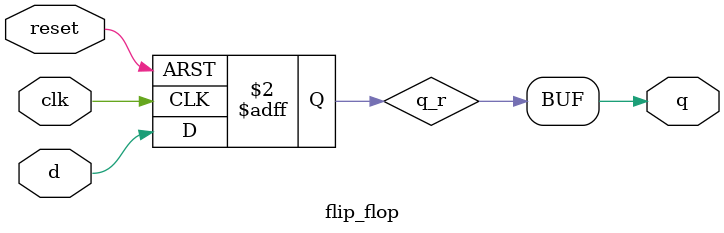
<source format=v>
`ifndef FLIP_FLOP_V
`define FLIP_FLOP_V


module flip_flop (
  input wire clk,
  input wire reset,
  input wire d,
  output wire q
);

  reg q_r;

  always @(posedge clk or posedge reset)
  begin
    if (reset)
      q_r <= 1'b0;
    else
      q_r <= d;
  end
  assign q = q_r;

endmodule
`endif

</source>
